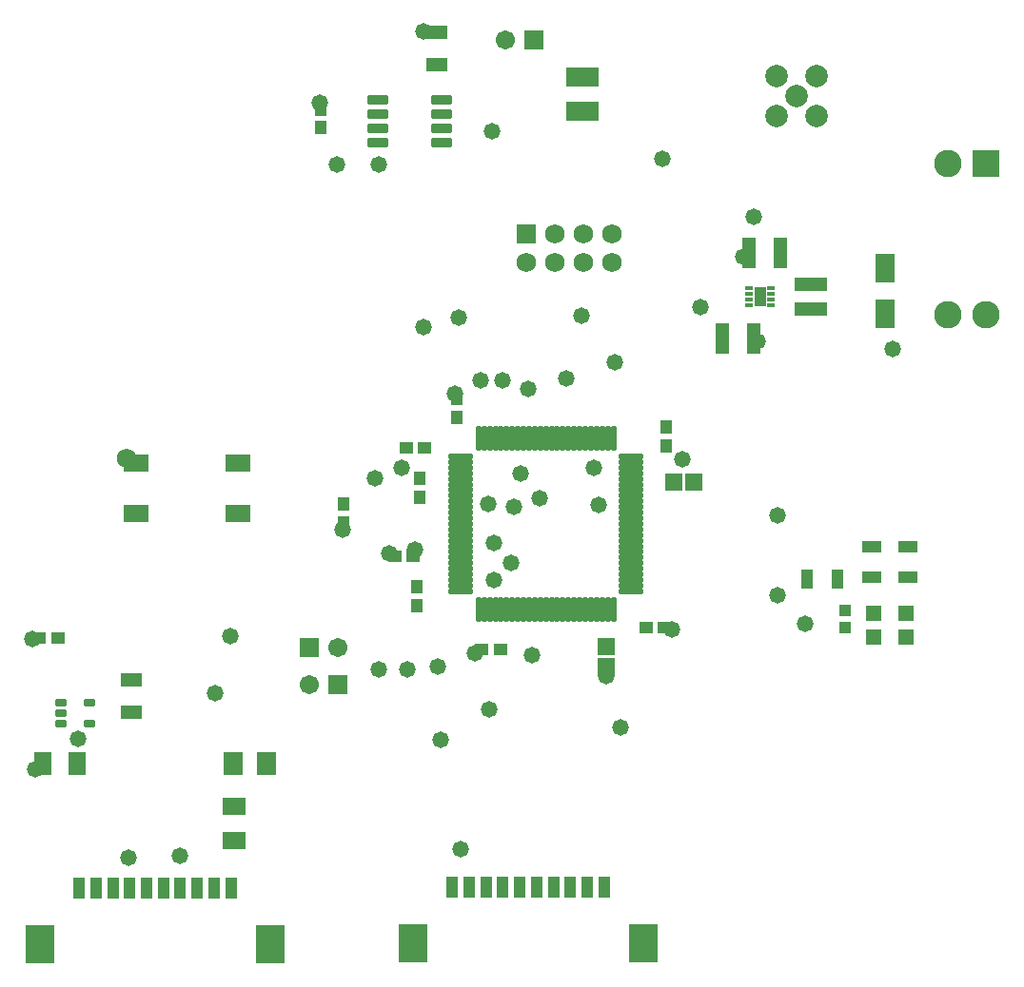
<source format=gbr>
%TF.GenerationSoftware,Altium Limited,Altium Designer,19.1.8 (144)*%
G04 Layer_Color=8388736*
%FSLAX25Y25*%
%MOIN*%
%TF.FileFunction,Soldermask,Top*%
%TF.Part,Single*%
G01*
G75*
%TA.AperFunction,SMDPad,CuDef*%
%ADD21R,0.04166X0.04749*%
%ADD22R,0.05924X0.06127*%
%ADD23R,0.04749X0.04166*%
%ADD28R,0.06127X0.05924*%
%ADD29R,0.06693X0.09843*%
%TA.AperFunction,ComponentPad*%
%ADD39C,0.09646*%
%ADD40R,0.09646X0.09646*%
%ADD51C,0.06902*%
%ADD52R,0.06902X0.06902*%
%ADD53C,0.06706*%
%ADD54R,0.06706X0.06706*%
%TA.AperFunction,ViaPad*%
%ADD55C,0.06800*%
%TA.AperFunction,ComponentPad*%
%ADD56C,0.07887*%
%TA.AperFunction,ViaPad*%
%ADD57C,0.05800*%
%ADD58C,0.02520*%
%ADD59C,0.07887*%
%TA.AperFunction,SMDPad,CuDef*%
G04:AMPARAMS|DCode=71|XSize=29.65mil|YSize=39.5mil|CornerRadius=5.95mil|HoleSize=0mil|Usage=FLASHONLY|Rotation=90.000|XOffset=0mil|YOffset=0mil|HoleType=Round|Shape=RoundedRectangle|*
%AMROUNDEDRECTD71*
21,1,0.02965,0.02760,0,0,90.0*
21,1,0.01776,0.03950,0,0,90.0*
1,1,0.01190,0.01380,0.00888*
1,1,0.01190,0.01380,-0.00888*
1,1,0.01190,-0.01380,-0.00888*
1,1,0.01190,-0.01380,0.00888*
%
%ADD71ROUNDEDRECTD71*%
%ADD72R,0.07099X0.04343*%
%ADD73R,0.04343X0.07099*%
%ADD74R,0.05524X0.05524*%
%ADD75R,0.03950X0.03950*%
%ADD76R,0.06115X0.08083*%
%ADD77R,0.08083X0.06115*%
%ADD78R,0.02520X0.01654*%
%ADD79R,0.04095X0.06850*%
%ADD80R,0.04540X0.11036*%
%ADD81O,0.09068X0.01981*%
%ADD82O,0.01981X0.09068*%
%TA.AperFunction,ConnectorPad*%
%ADD83R,0.03950X0.07493*%
%ADD84R,0.10300X0.13800*%
%TA.AperFunction,SMDPad,CuDef*%
%ADD85R,0.09068X0.06312*%
%ADD86R,0.11430X0.04737*%
%ADD87R,0.06706X0.08280*%
%ADD88R,0.07493X0.05131*%
%ADD89R,0.11824X0.06509*%
G04:AMPARAMS|DCode=90|XSize=33.59mil|YSize=72.96mil|CornerRadius=5.92mil|HoleSize=0mil|Usage=FLASHONLY|Rotation=90.000|XOffset=0mil|YOffset=0mil|HoleType=Round|Shape=RoundedRectangle|*
%AMROUNDEDRECTD90*
21,1,0.03359,0.06112,0,0,90.0*
21,1,0.02175,0.07296,0,0,90.0*
1,1,0.01184,0.03056,0.01088*
1,1,0.01184,0.03056,-0.01088*
1,1,0.01184,-0.03056,-0.01088*
1,1,0.01184,-0.03056,0.01088*
%
%ADD90ROUNDEDRECTD90*%
%ADD91R,0.07296X0.05131*%
D21*
X131272Y301973D02*
D03*
Y308476D02*
D03*
X165772Y178976D02*
D03*
Y172473D02*
D03*
X252272Y196976D02*
D03*
Y190472D02*
D03*
X178772Y200472D02*
D03*
Y206976D02*
D03*
X164772Y140976D02*
D03*
Y134473D02*
D03*
X139272Y169976D02*
D03*
Y163472D02*
D03*
D22*
X254725Y177724D02*
D03*
X261818D02*
D03*
D23*
X187520Y119224D02*
D03*
X194024D02*
D03*
X157020Y151724D02*
D03*
X163523D02*
D03*
X245020Y126724D02*
D03*
X251523D02*
D03*
X39024Y123224D02*
D03*
X32520D02*
D03*
X167524Y189724D02*
D03*
X161020D02*
D03*
D28*
X231272Y120271D02*
D03*
Y113178D02*
D03*
D29*
X328839Y236909D02*
D03*
Y252658D02*
D03*
D39*
X350886Y236575D02*
D03*
Y289606D02*
D03*
X364272Y236575D02*
D03*
D40*
Y289606D02*
D03*
D51*
X233268Y254724D02*
D03*
X223268D02*
D03*
X213268D02*
D03*
X203268D02*
D03*
X233268Y264724D02*
D03*
X223268D02*
D03*
X213268D02*
D03*
D52*
X203268D02*
D03*
D53*
X137272Y119724D02*
D03*
X127272Y106724D02*
D03*
X195772Y332724D02*
D03*
D54*
X127272Y119724D02*
D03*
X137272Y106724D02*
D03*
X205772Y332724D02*
D03*
D55*
X63272Y186224D02*
D03*
D56*
X297731Y313184D02*
D03*
X290772Y306224D02*
D03*
Y320144D02*
D03*
X304691Y306224D02*
D03*
Y320144D02*
D03*
D57*
X46161Y87894D02*
D03*
X264075Y238976D02*
D03*
X94095Y103740D02*
D03*
X179429Y235433D02*
D03*
X173228Y87598D02*
D03*
X282874Y270768D02*
D03*
X328839Y252658D02*
D03*
X228346Y169882D02*
D03*
X217321Y214274D02*
D03*
X331496Y224410D02*
D03*
X159449Y182874D02*
D03*
X222441Y236024D02*
D03*
X191929Y143504D02*
D03*
X197835Y149409D02*
D03*
X191929Y156299D02*
D03*
X172244Y112992D02*
D03*
X151575Y112008D02*
D03*
X161417D02*
D03*
X189961Y170079D02*
D03*
X198819Y169095D02*
D03*
X207677Y172047D02*
D03*
X205272Y117224D02*
D03*
X99410Y123819D02*
D03*
X151575Y289173D02*
D03*
X136811D02*
D03*
X167323Y232087D02*
D03*
X194882Y213386D02*
D03*
X187008D02*
D03*
X203740Y210433D02*
D03*
X201272Y180724D02*
D03*
X190272Y98224D02*
D03*
X236272Y91724D02*
D03*
X234272Y219724D02*
D03*
X226772Y182724D02*
D03*
X250772Y291224D02*
D03*
X291272Y166224D02*
D03*
Y138224D02*
D03*
X300772Y128224D02*
D03*
X180272Y49224D02*
D03*
X254272Y126224D02*
D03*
X231272Y109724D02*
D03*
X185272Y117724D02*
D03*
X257772Y185724D02*
D03*
X155272Y152724D02*
D03*
X138772Y161224D02*
D03*
X164272Y154224D02*
D03*
X150272Y179224D02*
D03*
X178272Y208724D02*
D03*
X81772Y46724D02*
D03*
X63772Y46224D02*
D03*
X30272Y122724D02*
D03*
X31272Y77224D02*
D03*
X130772Y310724D02*
D03*
X279272Y256724D02*
D03*
X284272Y227224D02*
D03*
X167272Y335724D02*
D03*
X191272Y300724D02*
D03*
D58*
X285032Y241197D02*
D03*
Y244346D02*
D03*
D59*
X304691Y320144D02*
D03*
Y306224D02*
D03*
X290772Y320144D02*
D03*
Y306224D02*
D03*
X297731Y313184D02*
D03*
D71*
X40252Y100465D02*
D03*
Y96724D02*
D03*
Y92984D02*
D03*
X50291D02*
D03*
Y100465D02*
D03*
D72*
X336772Y155224D02*
D03*
Y144595D02*
D03*
X324272Y155039D02*
D03*
Y144409D02*
D03*
D73*
X301457Y143724D02*
D03*
X312087D02*
D03*
D74*
X336272Y123591D02*
D03*
Y131858D02*
D03*
X324772Y123591D02*
D03*
Y131858D02*
D03*
D75*
X314772Y126771D02*
D03*
Y132677D02*
D03*
D76*
X33768Y79224D02*
D03*
X45776D02*
D03*
D77*
X100772Y64228D02*
D03*
Y52220D02*
D03*
D78*
X281291Y245724D02*
D03*
Y243756D02*
D03*
Y241787D02*
D03*
Y239819D02*
D03*
X288772D02*
D03*
Y241787D02*
D03*
Y243756D02*
D03*
Y245724D02*
D03*
D79*
X285032Y242772D02*
D03*
D80*
X271760Y228224D02*
D03*
X282784D02*
D03*
X292284Y258224D02*
D03*
X281260D02*
D03*
D81*
X180134Y186768D02*
D03*
Y184799D02*
D03*
Y182831D02*
D03*
Y180862D02*
D03*
Y178894D02*
D03*
Y176925D02*
D03*
Y174957D02*
D03*
Y172988D02*
D03*
Y171020D02*
D03*
Y169051D02*
D03*
Y167083D02*
D03*
Y165114D02*
D03*
Y163146D02*
D03*
Y161177D02*
D03*
Y159209D02*
D03*
Y157240D02*
D03*
Y155272D02*
D03*
Y153303D02*
D03*
Y151335D02*
D03*
Y149366D02*
D03*
Y147398D02*
D03*
Y145429D02*
D03*
Y143461D02*
D03*
Y141492D02*
D03*
Y139524D02*
D03*
X239976D02*
D03*
Y141492D02*
D03*
Y143461D02*
D03*
Y145429D02*
D03*
Y147398D02*
D03*
Y149366D02*
D03*
Y151335D02*
D03*
Y153303D02*
D03*
Y155272D02*
D03*
Y157240D02*
D03*
Y159209D02*
D03*
Y161177D02*
D03*
Y163146D02*
D03*
Y165114D02*
D03*
Y167083D02*
D03*
Y169051D02*
D03*
Y171020D02*
D03*
Y172988D02*
D03*
Y174957D02*
D03*
Y176925D02*
D03*
Y178894D02*
D03*
Y180862D02*
D03*
Y182831D02*
D03*
Y184799D02*
D03*
Y186768D02*
D03*
D82*
X186433Y133224D02*
D03*
X188402D02*
D03*
X190370D02*
D03*
X192339D02*
D03*
X194307D02*
D03*
X196276D02*
D03*
X198244D02*
D03*
X200213D02*
D03*
X202181D02*
D03*
X204150D02*
D03*
X206118D02*
D03*
X208087D02*
D03*
X210055D02*
D03*
X212024D02*
D03*
X213992D02*
D03*
X215961D02*
D03*
X217929D02*
D03*
X219898D02*
D03*
X221866D02*
D03*
X223835D02*
D03*
X225803D02*
D03*
X227772D02*
D03*
X229740D02*
D03*
X231709D02*
D03*
X233677D02*
D03*
Y193067D02*
D03*
X231709D02*
D03*
X229740D02*
D03*
X227772D02*
D03*
X225803D02*
D03*
X223835D02*
D03*
X221866D02*
D03*
X219898D02*
D03*
X217929D02*
D03*
X215961D02*
D03*
X213992D02*
D03*
X212024D02*
D03*
X210055D02*
D03*
X208087D02*
D03*
X206118D02*
D03*
X204150D02*
D03*
X202181D02*
D03*
X200213D02*
D03*
X198244D02*
D03*
X196276D02*
D03*
X194307D02*
D03*
X192339D02*
D03*
X190370D02*
D03*
X188402D02*
D03*
X186433D02*
D03*
D83*
X230394Y35724D02*
D03*
X224488D02*
D03*
X218583D02*
D03*
X212677D02*
D03*
X206772D02*
D03*
X200866D02*
D03*
X194960D02*
D03*
X189055D02*
D03*
X183150D02*
D03*
X177244D02*
D03*
X99689Y35531D02*
D03*
X93783D02*
D03*
X87878D02*
D03*
X81972D02*
D03*
X76067D02*
D03*
X70161D02*
D03*
X64256D02*
D03*
X58350D02*
D03*
X52445D02*
D03*
X46539D02*
D03*
D84*
X244169Y16124D02*
D03*
X163469D02*
D03*
X113464Y15931D02*
D03*
X32764D02*
D03*
D85*
X66358Y184583D02*
D03*
Y166866D02*
D03*
X102185D02*
D03*
Y184583D02*
D03*
D86*
X302772Y238394D02*
D03*
Y247055D02*
D03*
D87*
X112177Y79224D02*
D03*
X100366D02*
D03*
D88*
X64772Y108433D02*
D03*
Y97016D02*
D03*
D89*
X222772Y307720D02*
D03*
Y319728D02*
D03*
D90*
X173394Y296724D02*
D03*
Y301724D02*
D03*
Y306724D02*
D03*
Y311724D02*
D03*
X151150Y296724D02*
D03*
Y301724D02*
D03*
Y306724D02*
D03*
Y311724D02*
D03*
D91*
X171772Y324114D02*
D03*
Y335335D02*
D03*
%TF.MD5,3f3dedc352649f0b77bed100914afaaa*%
M02*

</source>
